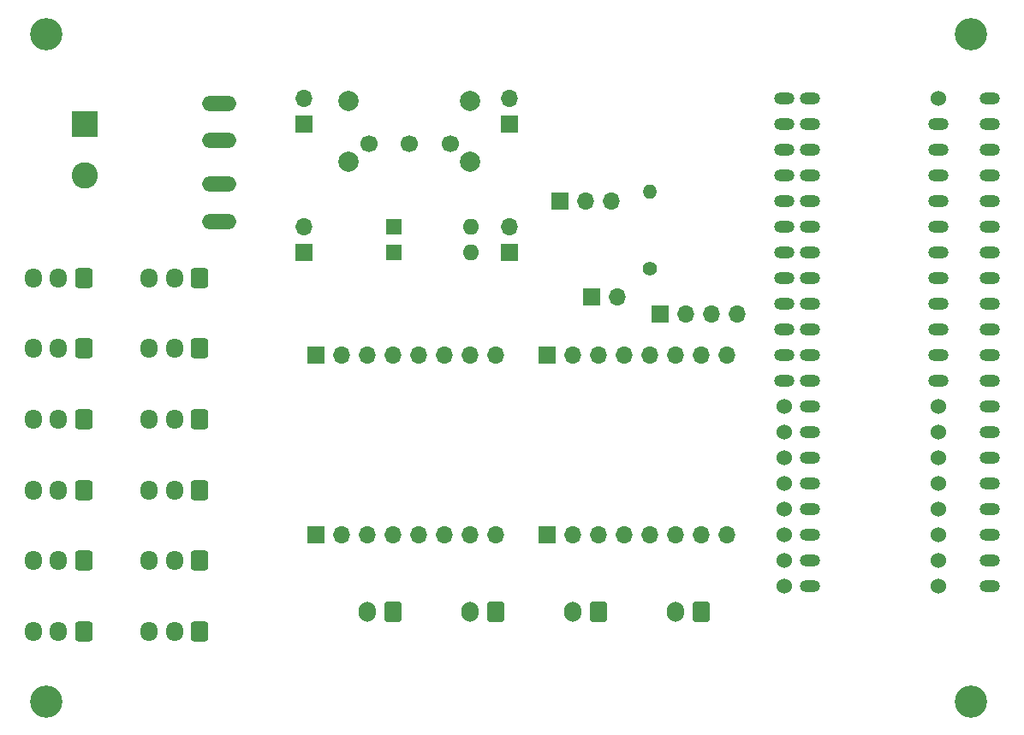
<source format=gbr>
%TF.GenerationSoftware,KiCad,Pcbnew,8.0.8*%
%TF.CreationDate,2025-02-03T16:07:31-03:00*%
%TF.ProjectId,BoxTurtle_DC_motors_RPiPico,426f7854-7572-4746-9c65-5f44435f6d6f,rev?*%
%TF.SameCoordinates,Original*%
%TF.FileFunction,Soldermask,Bot*%
%TF.FilePolarity,Negative*%
%FSLAX46Y46*%
G04 Gerber Fmt 4.6, Leading zero omitted, Abs format (unit mm)*
G04 Created by KiCad (PCBNEW 8.0.8) date 2025-02-03 16:07:31*
%MOMM*%
%LPD*%
G01*
G04 APERTURE LIST*
G04 Aperture macros list*
%AMRoundRect*
0 Rectangle with rounded corners*
0 $1 Rounding radius*
0 $2 $3 $4 $5 $6 $7 $8 $9 X,Y pos of 4 corners*
0 Add a 4 corners polygon primitive as box body*
4,1,4,$2,$3,$4,$5,$6,$7,$8,$9,$2,$3,0*
0 Add four circle primitives for the rounded corners*
1,1,$1+$1,$2,$3*
1,1,$1+$1,$4,$5*
1,1,$1+$1,$6,$7*
1,1,$1+$1,$8,$9*
0 Add four rect primitives between the rounded corners*
20,1,$1+$1,$2,$3,$4,$5,0*
20,1,$1+$1,$4,$5,$6,$7,0*
20,1,$1+$1,$6,$7,$8,$9,0*
20,1,$1+$1,$8,$9,$2,$3,0*%
G04 Aperture macros list end*
%ADD10O,3.400000X1.500000*%
%ADD11R,1.700000X1.700000*%
%ADD12O,1.700000X1.700000*%
%ADD13RoundRect,0.250000X0.600000X0.725000X-0.600000X0.725000X-0.600000X-0.725000X0.600000X-0.725000X0*%
%ADD14O,1.700000X1.950000*%
%ADD15C,1.400000*%
%ADD16O,1.400000X1.400000*%
%ADD17RoundRect,0.250000X0.600000X0.750000X-0.600000X0.750000X-0.600000X-0.750000X0.600000X-0.750000X0*%
%ADD18O,1.700000X2.000000*%
%ADD19R,1.600000X1.600000*%
%ADD20O,1.600000X1.600000*%
%ADD21C,3.200000*%
%ADD22O,2.000000X1.200000*%
%ADD23C,1.524000*%
%ADD24C,2.000000*%
%ADD25C,1.700000*%
%ADD26R,2.600000X2.600000*%
%ADD27C,2.600000*%
G04 APERTURE END LIST*
D10*
%TO.C,F1*%
X114935000Y-46220000D03*
X114935000Y-49920000D03*
X114935000Y-54220000D03*
X114935000Y-57920000D03*
%TD*%
D11*
%TO.C,J7*%
X124460000Y-71120000D03*
D12*
X127000000Y-71120000D03*
X129540000Y-71120000D03*
X132080000Y-71120000D03*
X134620000Y-71120000D03*
X137160000Y-71120000D03*
X139700000Y-71120000D03*
X142240000Y-71120000D03*
%TD*%
D13*
%TO.C,SW7*%
X113000000Y-63500000D03*
D14*
X110500000Y-63500000D03*
X108000000Y-63500000D03*
%TD*%
D11*
%TO.C,J5*%
X148590000Y-55880000D03*
D12*
X151130000Y-55880000D03*
X153670000Y-55880000D03*
%TD*%
D13*
%TO.C,SW2*%
X101500000Y-70500000D03*
D14*
X99000000Y-70500000D03*
X96500000Y-70500000D03*
%TD*%
D13*
%TO.C,SW8*%
X113000000Y-70500000D03*
D14*
X110500000Y-70500000D03*
X108000000Y-70500000D03*
%TD*%
D15*
%TO.C,R1*%
X157480000Y-62611000D03*
D16*
X157480000Y-54991000D03*
%TD*%
D17*
%TO.C,J10*%
X132080000Y-96520000D03*
D18*
X129580000Y-96520000D03*
%TD*%
D13*
%TO.C,SW1*%
X101500000Y-63500000D03*
D14*
X99000000Y-63500000D03*
X96500000Y-63500000D03*
%TD*%
D19*
%TO.C,D1*%
X132207000Y-58420000D03*
D20*
X139827000Y-58420000D03*
%TD*%
D17*
%TO.C,J11*%
X142240000Y-96520000D03*
D18*
X139740000Y-96520000D03*
%TD*%
D11*
%TO.C,J9*%
X147320000Y-71120000D03*
D12*
X149860000Y-71120000D03*
X152400000Y-71120000D03*
X154940000Y-71120000D03*
X157480000Y-71120000D03*
X160020000Y-71120000D03*
X162560000Y-71120000D03*
X165100000Y-71120000D03*
%TD*%
D13*
%TO.C,SW6*%
X101500000Y-98500000D03*
D14*
X99000000Y-98500000D03*
X96500000Y-98500000D03*
%TD*%
D11*
%TO.C,J2*%
X123317000Y-48260000D03*
D12*
X123317000Y-45720000D03*
%TD*%
D13*
%TO.C,SW4*%
X101500000Y-84500000D03*
D14*
X99000000Y-84500000D03*
X96500000Y-84500000D03*
%TD*%
D13*
%TO.C,SW5*%
X101500000Y-91500000D03*
D14*
X99000000Y-91500000D03*
X96500000Y-91500000D03*
%TD*%
D11*
%TO.C,J3*%
X143637000Y-60960000D03*
D12*
X143637000Y-58420000D03*
%TD*%
D11*
%TO.C,J6*%
X124460000Y-88900000D03*
D12*
X127000000Y-88900000D03*
X129540000Y-88900000D03*
X132080000Y-88900000D03*
X134620000Y-88900000D03*
X137160000Y-88900000D03*
X139700000Y-88900000D03*
X142240000Y-88900000D03*
%TD*%
D19*
%TO.C,D2*%
X132207000Y-60960000D03*
D20*
X139827000Y-60960000D03*
%TD*%
D21*
%TO.C,H3*%
X189230000Y-39370000D03*
%TD*%
D11*
%TO.C,JP1*%
X151765000Y-65405000D03*
D12*
X154305000Y-65405000D03*
%TD*%
D11*
%TO.C,J8*%
X147320000Y-88900000D03*
D12*
X149860000Y-88900000D03*
X152400000Y-88900000D03*
X154940000Y-88900000D03*
X157480000Y-88900000D03*
X160020000Y-88900000D03*
X162560000Y-88900000D03*
X165100000Y-88900000D03*
%TD*%
D22*
%TO.C,U1*%
X173355000Y-45720000D03*
X173355000Y-48260000D03*
X173355000Y-50800000D03*
X173355000Y-53340000D03*
X173355000Y-55880000D03*
X173355000Y-58420000D03*
X173355000Y-60960000D03*
X173355000Y-63500000D03*
X173355000Y-66040000D03*
X173355000Y-68580000D03*
X173355000Y-71120000D03*
X173355000Y-73660000D03*
X173355000Y-76200000D03*
X173355000Y-78740000D03*
X173355000Y-81280000D03*
X173355000Y-83820000D03*
X173355000Y-86360000D03*
X173355000Y-88900000D03*
X173355000Y-91440000D03*
X173355000Y-93980000D03*
X191135000Y-93980000D03*
X191135000Y-91440000D03*
X191135000Y-88900000D03*
X191135000Y-86360000D03*
X191135000Y-83820000D03*
X191135000Y-81280000D03*
X191135000Y-78740000D03*
X191135000Y-76200000D03*
X191135000Y-73660000D03*
X191135000Y-71120000D03*
X191135000Y-68580000D03*
X191135000Y-66040000D03*
X191135000Y-63500000D03*
X191135000Y-60960000D03*
X191135000Y-58420000D03*
X191135000Y-55880000D03*
X191135000Y-53340000D03*
X191135000Y-50800000D03*
X191135000Y-48260000D03*
X191135000Y-45720000D03*
%TD*%
D13*
%TO.C,SW11*%
X113000000Y-91500000D03*
D14*
X110500000Y-91500000D03*
X108000000Y-91500000D03*
%TD*%
D17*
%TO.C,J13*%
X162560000Y-96520000D03*
D18*
X160060000Y-96520000D03*
%TD*%
D17*
%TO.C,J12*%
X152400000Y-96520000D03*
D18*
X149900000Y-96520000D03*
%TD*%
D13*
%TO.C,SW10*%
X113000000Y-84500000D03*
D14*
X110500000Y-84500000D03*
X108000000Y-84500000D03*
%TD*%
D22*
%TO.C,U2*%
X170815000Y-45720000D03*
X170815000Y-48260000D03*
X170815000Y-50800000D03*
X170815000Y-53340000D03*
X170815000Y-55880000D03*
X170815000Y-58420000D03*
X170815000Y-60960000D03*
X170815000Y-63500000D03*
X170815000Y-66040000D03*
X170815000Y-68580000D03*
X170815000Y-71120000D03*
X170815000Y-73660000D03*
D23*
X170815000Y-76200000D03*
X170815000Y-78740000D03*
X170815000Y-81280000D03*
X170815000Y-83820000D03*
X170815000Y-86360000D03*
X170815000Y-88900000D03*
X170815000Y-91440000D03*
X170815000Y-93980000D03*
X186055000Y-93980000D03*
X186055000Y-91440000D03*
X186055000Y-88900000D03*
X186055000Y-86360000D03*
X186055000Y-83820000D03*
X186055000Y-81280000D03*
X186055000Y-78740000D03*
X186055000Y-76200000D03*
D22*
X186055000Y-73660000D03*
X186055000Y-71120000D03*
X186055000Y-68580000D03*
X186055000Y-66040000D03*
X186055000Y-63500000D03*
X186055000Y-60960000D03*
X186055000Y-58420000D03*
X186055000Y-55880000D03*
X186055000Y-53340000D03*
X186055000Y-50800000D03*
X186055000Y-48260000D03*
D23*
X186055000Y-45720000D03*
%TD*%
D11*
%TO.C,J1*%
X123317000Y-60960000D03*
D12*
X123317000Y-58420000D03*
%TD*%
D21*
%TO.C,H2*%
X97790000Y-105410000D03*
%TD*%
D13*
%TO.C,SW9*%
X113000000Y-77500000D03*
D14*
X110500000Y-77500000D03*
X108000000Y-77500000D03*
%TD*%
D13*
%TO.C,SW12*%
X113000000Y-98500000D03*
D14*
X110500000Y-98500000D03*
X108000000Y-98500000D03*
%TD*%
D21*
%TO.C,H1*%
X97790000Y-39370000D03*
%TD*%
D13*
%TO.C,SW3*%
X101500000Y-77500000D03*
D14*
X99000000Y-77500000D03*
X96500000Y-77500000D03*
%TD*%
D11*
%TO.C,J4*%
X143637000Y-48260000D03*
D12*
X143637000Y-45720000D03*
%TD*%
D24*
%TO.C,SW13*%
X139737000Y-51980000D03*
X139737000Y-45980000D03*
X127737000Y-51980000D03*
X127737000Y-45980000D03*
D25*
X137737000Y-50230000D03*
X133737000Y-50230000D03*
X129737000Y-50230000D03*
%TD*%
D11*
%TO.C,J15*%
X158496000Y-67056000D03*
D12*
X161036000Y-67056000D03*
X163576000Y-67056000D03*
X166116000Y-67056000D03*
%TD*%
D21*
%TO.C,H4*%
X189230000Y-105410000D03*
%TD*%
D26*
%TO.C,J14*%
X101600000Y-48260000D03*
D27*
X101600000Y-53340000D03*
%TD*%
M02*

</source>
